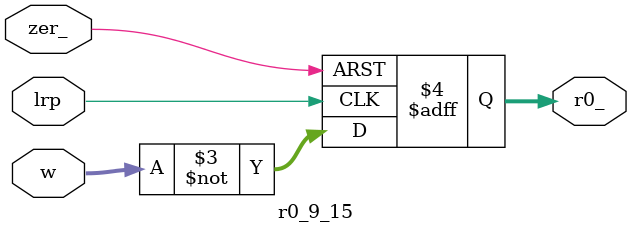
<source format=v>
module r0 (
	// buses
	input [0:15] w,
	output [0:8] r0,
	// data signals
	input zs, s_1, s0, carry_,
	input vl_, vg_, exy_, exx_,
	// strobe signals
	input strob1,
	input ust_z, ust_v, ust_mc, ust_y, ust_x,
	input cleg_,
	// commands
	input w_zmvc, w_legy,
	input w8_x,
	// async
	input _0_v,
	input zer
);

	// --- R00, Z flag --------------------------------------------------------
	wire set0 = ~(w[0] & w_zmvc);
	ffd R00(
		.c(~(ust_z & strob1)),
		.d(zs),
		.r_(~((set0 & w_zmvc) | zer)),
		.s_(set0),
		.q(r0[0])
	);

	// --- R01, M flag --------------------------------------------------------
	wire set1 = ~(w[1] & w_zmvc);
	ffd R01(
		.c(~(ust_mc & strob1)),
		.d(s_1),
		.r_(~((set1 & w_zmvc) | zer)),
		.s_(set1),
		.q(r0[1])
	);

	// --- R02, V flag --------------------------------------------------------
	wire set2 = ~(w[2] & w_zmvc);
	ffjk R02(
		.c_(ust_v & strob1),
		.j(s0 ^ s_1),
		.k(1'b0),
		.r_(~((set2 & w_zmvc) | (_0_v ^ zer))),
		.s_(set2),
		.q(r0[2])
	);

	// --- R03, C flag --------------------------------------------------------
	wire set3 = ~(w[3] & w_zmvc);
	ffjk R03(
		.c_(ust_mc & strob1),
		.j(~carry_),
		.k(carry_),
		.r_(~((set3 & w_zmvc) | zer)),
		.s_(set3),
		.q(r0[3])
	);

	// --- R04, L flag --------------------------------------------------------
	wire reset4 = ~(w[4] & w_legy);
	wire r04;
	ffd R04(
		.c(cleg_),
		.d(vl_),
		.r_(reset4),
		.s_(~(zer | (w_legy & reset4))),
		.q(r04)
	);
	assign r0[4] = ~r04;

	// --- R05, E flag --------------------------------------------------------
	wire set5 = ~(w[5] & w_legy);
	ffd R05(
		.c(cleg_),
		.d(zs),
		.r_(~(zer | (w_legy & set5))),
		.s_(set5),
		.q(r0[5])
	);

	// --- R06, G flag --------------------------------------------------------
	wire reset6 = ~(w[6] & w_legy);
	wire r06;
	ffd R06(
		.c(cleg_),
		.d(vg_),
		.r_(reset6),
		.s_(~(zer | (w_legy & reset6))),
		.q(r06)
	);
	assign r0[6] = ~r06;

	// --- R07, Y flag --------------------------------------------------------
	wire reset7 = ~(w[7] & w_legy);
	wire r07;
	ffd R07(
		.c(~(ust_y & strob1)),
		.d(exy_),
		.r_(reset7),
		.s_(~(zer | (w_legy & reset7))),
		.q(r07)
	);
	assign r0[7] = ~r07;

	// --- R08, X flag --------------------------------------------------------
	wire reset8 = ~(w[8] & w8_x);
	wire r08;
	ffd R08(
		.c(~(ust_x & strob1)),
		.d(exx_),
		.r_(reset8),
		.s_(~(zer | (w8_x & reset8))),
		.q(r08)
	);
	assign r0[8] = ~r08;

endmodule

// --------------------------------------------------------------------
module r0_9_15(
	input [9:15] w,
	input lrp,
	input zer_,
	output reg [9:15] r0_
);

	always @ (posedge lrp, negedge zer_) begin
		if (~zer_) r0_ <= 7'd0;
		else if (lrp) r0_ <= ~w;
	end

endmodule


// vim: tabstop=2 shiftwidth=2 autoindent noexpandtab

</source>
